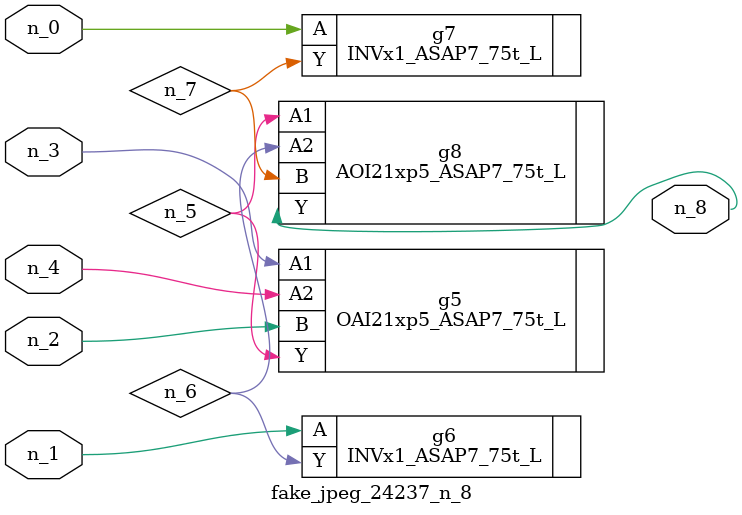
<source format=v>
module fake_jpeg_24237_n_8 (n_3, n_2, n_1, n_0, n_4, n_8);

input n_3;
input n_2;
input n_1;
input n_0;
input n_4;

output n_8;

wire n_6;
wire n_5;
wire n_7;

OAI21xp5_ASAP7_75t_L g5 ( 
.A1(n_3),
.A2(n_4),
.B(n_2),
.Y(n_5)
);

INVx1_ASAP7_75t_L g6 ( 
.A(n_1),
.Y(n_6)
);

INVx1_ASAP7_75t_L g7 ( 
.A(n_0),
.Y(n_7)
);

AOI21xp5_ASAP7_75t_L g8 ( 
.A1(n_5),
.A2(n_6),
.B(n_7),
.Y(n_8)
);


endmodule
</source>
